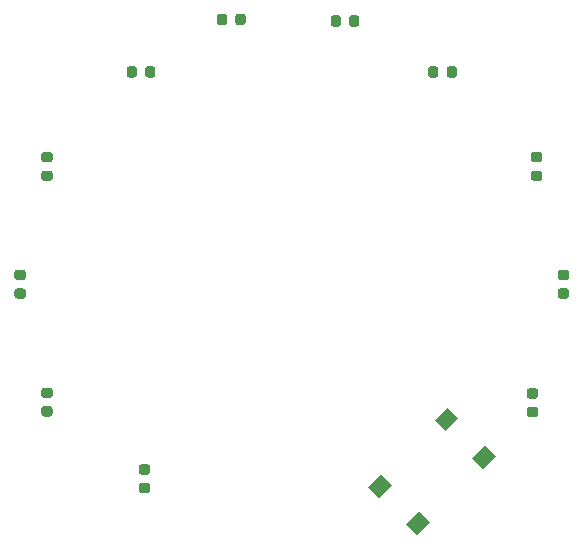
<source format=gbr>
%TF.GenerationSoftware,KiCad,Pcbnew,(5.1.10)-1*%
%TF.CreationDate,2022-01-29T15:25:58-05:00*%
%TF.ProjectId,CAN_Gauge,43414e5f-4761-4756-9765-2e6b69636164,rev?*%
%TF.SameCoordinates,Original*%
%TF.FileFunction,Paste,Bot*%
%TF.FilePolarity,Positive*%
%FSLAX46Y46*%
G04 Gerber Fmt 4.6, Leading zero omitted, Abs format (unit mm)*
G04 Created by KiCad (PCBNEW (5.1.10)-1) date 2022-01-29 15:25:58*
%MOMM*%
%LPD*%
G01*
G04 APERTURE LIST*
%ADD10C,0.100000*%
G04 APERTURE END LIST*
D10*
%TO.C,SW1*%
G36*
X144059829Y-113835713D02*
G01*
X144979068Y-114754952D01*
X143883053Y-115850967D01*
X142963814Y-114931728D01*
X144059829Y-113835713D01*
G37*
G36*
X140877848Y-110653732D02*
G01*
X141797087Y-111572971D01*
X140701072Y-112668986D01*
X139781833Y-111749747D01*
X140877848Y-110653732D01*
G37*
G36*
X146499347Y-105032233D02*
G01*
X147418586Y-105951472D01*
X146322571Y-107047487D01*
X145403332Y-106128248D01*
X146499347Y-105032233D01*
G37*
G36*
X149681328Y-108214214D02*
G01*
X150600567Y-109133453D01*
X149504552Y-110229468D01*
X148585313Y-109310229D01*
X149681328Y-108214214D01*
G37*
%TD*%
%TO.C,D11*%
G36*
G01*
X112835479Y-104216158D02*
X112322979Y-104216158D01*
G75*
G02*
X112104229Y-103997408I0J218750D01*
G01*
X112104229Y-103559908D01*
G75*
G02*
X112322979Y-103341158I218750J0D01*
G01*
X112835479Y-103341158D01*
G75*
G02*
X113054229Y-103559908I0J-218750D01*
G01*
X113054229Y-103997408D01*
G75*
G02*
X112835479Y-104216158I-218750J0D01*
G01*
G37*
G36*
G01*
X112835479Y-105791158D02*
X112322979Y-105791158D01*
G75*
G02*
X112104229Y-105572408I0J218750D01*
G01*
X112104229Y-105134908D01*
G75*
G02*
X112322979Y-104916158I218750J0D01*
G01*
X112835479Y-104916158D01*
G75*
G02*
X113054229Y-105134908I0J-218750D01*
G01*
X113054229Y-105572408D01*
G75*
G02*
X112835479Y-105791158I-218750J0D01*
G01*
G37*
%TD*%
%TO.C,D9*%
G36*
G01*
X110047750Y-94942000D02*
X110560250Y-94942000D01*
G75*
G02*
X110779000Y-95160750I0J-218750D01*
G01*
X110779000Y-95598250D01*
G75*
G02*
X110560250Y-95817000I-218750J0D01*
G01*
X110047750Y-95817000D01*
G75*
G02*
X109829000Y-95598250I0J218750D01*
G01*
X109829000Y-95160750D01*
G75*
G02*
X110047750Y-94942000I218750J0D01*
G01*
G37*
G36*
G01*
X110047750Y-93367000D02*
X110560250Y-93367000D01*
G75*
G02*
X110779000Y-93585750I0J-218750D01*
G01*
X110779000Y-94023250D01*
G75*
G02*
X110560250Y-94242000I-218750J0D01*
G01*
X110047750Y-94242000D01*
G75*
G02*
X109829000Y-94023250I0J218750D01*
G01*
X109829000Y-93585750D01*
G75*
G02*
X110047750Y-93367000I218750J0D01*
G01*
G37*
%TD*%
%TO.C,D8*%
G36*
G01*
X112835479Y-84267842D02*
X112322979Y-84267842D01*
G75*
G02*
X112104229Y-84049092I0J218750D01*
G01*
X112104229Y-83611592D01*
G75*
G02*
X112322979Y-83392842I218750J0D01*
G01*
X112835479Y-83392842D01*
G75*
G02*
X113054229Y-83611592I0J-218750D01*
G01*
X113054229Y-84049092D01*
G75*
G02*
X112835479Y-84267842I-218750J0D01*
G01*
G37*
G36*
G01*
X112835479Y-85842842D02*
X112322979Y-85842842D01*
G75*
G02*
X112104229Y-85624092I0J218750D01*
G01*
X112104229Y-85186592D01*
G75*
G02*
X112322979Y-84967842I218750J0D01*
G01*
X112835479Y-84967842D01*
G75*
G02*
X113054229Y-85186592I0J-218750D01*
G01*
X113054229Y-85624092D01*
G75*
G02*
X112835479Y-85842842I-218750J0D01*
G01*
G37*
%TD*%
%TO.C,D3*%
G36*
G01*
X153772521Y-84967842D02*
X154285021Y-84967842D01*
G75*
G02*
X154503771Y-85186592I0J-218750D01*
G01*
X154503771Y-85624092D01*
G75*
G02*
X154285021Y-85842842I-218750J0D01*
G01*
X153772521Y-85842842D01*
G75*
G02*
X153553771Y-85624092I0J218750D01*
G01*
X153553771Y-85186592D01*
G75*
G02*
X153772521Y-84967842I218750J0D01*
G01*
G37*
G36*
G01*
X153772521Y-83392842D02*
X154285021Y-83392842D01*
G75*
G02*
X154503771Y-83611592I0J-218750D01*
G01*
X154503771Y-84049092D01*
G75*
G02*
X154285021Y-84267842I-218750J0D01*
G01*
X153772521Y-84267842D01*
G75*
G02*
X153553771Y-84049092I0J218750D01*
G01*
X153553771Y-83611592D01*
G75*
G02*
X153772521Y-83392842I218750J0D01*
G01*
G37*
%TD*%
%TO.C,D1*%
G36*
G01*
X153943750Y-104275000D02*
X153431250Y-104275000D01*
G75*
G02*
X153212500Y-104056250I0J218750D01*
G01*
X153212500Y-103618750D01*
G75*
G02*
X153431250Y-103400000I218750J0D01*
G01*
X153943750Y-103400000D01*
G75*
G02*
X154162500Y-103618750I0J-218750D01*
G01*
X154162500Y-104056250D01*
G75*
G02*
X153943750Y-104275000I-218750J0D01*
G01*
G37*
G36*
G01*
X153943750Y-105850000D02*
X153431250Y-105850000D01*
G75*
G02*
X153212500Y-105631250I0J218750D01*
G01*
X153212500Y-105193750D01*
G75*
G02*
X153431250Y-104975000I218750J0D01*
G01*
X153943750Y-104975000D01*
G75*
G02*
X154162500Y-105193750I0J-218750D01*
G01*
X154162500Y-105631250D01*
G75*
G02*
X153943750Y-105850000I-218750J0D01*
G01*
G37*
%TD*%
%TO.C,D10*%
G36*
G01*
X121088850Y-110701200D02*
X120576350Y-110701200D01*
G75*
G02*
X120357600Y-110482450I0J218750D01*
G01*
X120357600Y-110044950D01*
G75*
G02*
X120576350Y-109826200I218750J0D01*
G01*
X121088850Y-109826200D01*
G75*
G02*
X121307600Y-110044950I0J-218750D01*
G01*
X121307600Y-110482450D01*
G75*
G02*
X121088850Y-110701200I-218750J0D01*
G01*
G37*
G36*
G01*
X121088850Y-112276200D02*
X120576350Y-112276200D01*
G75*
G02*
X120357600Y-112057450I0J218750D01*
G01*
X120357600Y-111619950D01*
G75*
G02*
X120576350Y-111401200I218750J0D01*
G01*
X121088850Y-111401200D01*
G75*
G02*
X121307600Y-111619950I0J-218750D01*
G01*
X121307600Y-112057450D01*
G75*
G02*
X121088850Y-112276200I-218750J0D01*
G01*
G37*
%TD*%
%TO.C,D7*%
G36*
G01*
X120890500Y-76873280D02*
X120890500Y-76360780D01*
G75*
G02*
X121109250Y-76142030I218750J0D01*
G01*
X121546750Y-76142030D01*
G75*
G02*
X121765500Y-76360780I0J-218750D01*
G01*
X121765500Y-76873280D01*
G75*
G02*
X121546750Y-77092030I-218750J0D01*
G01*
X121109250Y-77092030D01*
G75*
G02*
X120890500Y-76873280I0J218750D01*
G01*
G37*
G36*
G01*
X119315500Y-76873280D02*
X119315500Y-76360780D01*
G75*
G02*
X119534250Y-76142030I218750J0D01*
G01*
X119971750Y-76142030D01*
G75*
G02*
X120190500Y-76360780I0J-218750D01*
G01*
X120190500Y-76873280D01*
G75*
G02*
X119971750Y-77092030I-218750J0D01*
G01*
X119534250Y-77092030D01*
G75*
G02*
X119315500Y-76873280I0J218750D01*
G01*
G37*
%TD*%
%TO.C,D6*%
G36*
G01*
X126944248Y-72428743D02*
X126944248Y-71916243D01*
G75*
G02*
X127162998Y-71697493I218750J0D01*
G01*
X127600498Y-71697493D01*
G75*
G02*
X127819248Y-71916243I0J-218750D01*
G01*
X127819248Y-72428743D01*
G75*
G02*
X127600498Y-72647493I-218750J0D01*
G01*
X127162998Y-72647493D01*
G75*
G02*
X126944248Y-72428743I0J218750D01*
G01*
G37*
G36*
G01*
X128519248Y-72428743D02*
X128519248Y-71916243D01*
G75*
G02*
X128737998Y-71697493I218750J0D01*
G01*
X129175498Y-71697493D01*
G75*
G02*
X129394248Y-71916243I0J-218750D01*
G01*
X129394248Y-72428743D01*
G75*
G02*
X129175498Y-72647493I-218750J0D01*
G01*
X128737998Y-72647493D01*
G75*
G02*
X128519248Y-72428743I0J218750D01*
G01*
G37*
%TD*%
%TO.C,D4*%
G36*
G01*
X145717500Y-76365250D02*
X145717500Y-76877750D01*
G75*
G02*
X145498750Y-77096500I-218750J0D01*
G01*
X145061250Y-77096500D01*
G75*
G02*
X144842500Y-76877750I0J218750D01*
G01*
X144842500Y-76365250D01*
G75*
G02*
X145061250Y-76146500I218750J0D01*
G01*
X145498750Y-76146500D01*
G75*
G02*
X145717500Y-76365250I0J-218750D01*
G01*
G37*
G36*
G01*
X147292500Y-76365250D02*
X147292500Y-76877750D01*
G75*
G02*
X147073750Y-77096500I-218750J0D01*
G01*
X146636250Y-77096500D01*
G75*
G02*
X146417500Y-76877750I0J218750D01*
G01*
X146417500Y-76365250D01*
G75*
G02*
X146636250Y-76146500I218750J0D01*
G01*
X147073750Y-76146500D01*
G75*
G02*
X147292500Y-76365250I0J-218750D01*
G01*
G37*
%TD*%
%TO.C,D5*%
G36*
G01*
X138162500Y-72559750D02*
X138162500Y-72047250D01*
G75*
G02*
X138381250Y-71828500I218750J0D01*
G01*
X138818750Y-71828500D01*
G75*
G02*
X139037500Y-72047250I0J-218750D01*
G01*
X139037500Y-72559750D01*
G75*
G02*
X138818750Y-72778500I-218750J0D01*
G01*
X138381250Y-72778500D01*
G75*
G02*
X138162500Y-72559750I0J218750D01*
G01*
G37*
G36*
G01*
X136587500Y-72559750D02*
X136587500Y-72047250D01*
G75*
G02*
X136806250Y-71828500I218750J0D01*
G01*
X137243750Y-71828500D01*
G75*
G02*
X137462500Y-72047250I0J-218750D01*
G01*
X137462500Y-72559750D01*
G75*
G02*
X137243750Y-72778500I-218750J0D01*
G01*
X136806250Y-72778500D01*
G75*
G02*
X136587500Y-72559750I0J218750D01*
G01*
G37*
%TD*%
%TO.C,D2*%
G36*
G01*
X156560250Y-94242000D02*
X156047750Y-94242000D01*
G75*
G02*
X155829000Y-94023250I0J218750D01*
G01*
X155829000Y-93585750D01*
G75*
G02*
X156047750Y-93367000I218750J0D01*
G01*
X156560250Y-93367000D01*
G75*
G02*
X156779000Y-93585750I0J-218750D01*
G01*
X156779000Y-94023250D01*
G75*
G02*
X156560250Y-94242000I-218750J0D01*
G01*
G37*
G36*
G01*
X156560250Y-95817000D02*
X156047750Y-95817000D01*
G75*
G02*
X155829000Y-95598250I0J218750D01*
G01*
X155829000Y-95160750D01*
G75*
G02*
X156047750Y-94942000I218750J0D01*
G01*
X156560250Y-94942000D01*
G75*
G02*
X156779000Y-95160750I0J-218750D01*
G01*
X156779000Y-95598250D01*
G75*
G02*
X156560250Y-95817000I-218750J0D01*
G01*
G37*
%TD*%
M02*

</source>
